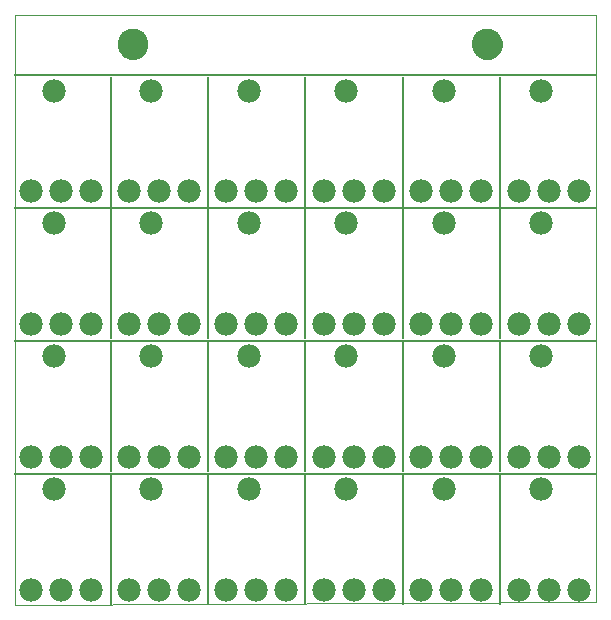
<source format=gbs>
G75*
G70*
%OFA0B0*%
%FSLAX24Y24*%
%IPPOS*%
%LPD*%
%AMOC8*
5,1,8,0,0,1.08239X$1,22.5*
%
%ADD10R,1.9390X0.0098*%
%ADD11R,0.0098X0.4331*%
%ADD12C,0.0000*%
%ADD13C,0.1024*%
%ADD14C,0.0780*%
D10*
X009836Y004521D03*
X009836Y008950D03*
X009836Y013379D03*
X009836Y017808D03*
D11*
X009836Y015594D03*
X006588Y015594D03*
X003340Y015594D03*
X003340Y011165D03*
X006588Y011165D03*
X009836Y011165D03*
X013084Y011165D03*
X016332Y011165D03*
X016332Y015594D03*
X013084Y015594D03*
X013084Y006736D03*
X009836Y006736D03*
X006588Y006736D03*
X003340Y006736D03*
X003340Y002306D03*
X006588Y002306D03*
X009836Y002306D03*
X013084Y002306D03*
X016332Y002306D03*
X016332Y006736D03*
D12*
X000141Y000141D02*
X000141Y019826D01*
X019531Y019826D01*
X019531Y000240D01*
X000141Y000141D01*
X003586Y018842D02*
X003588Y018886D01*
X003594Y018930D01*
X003604Y018973D01*
X003617Y019015D01*
X003635Y019055D01*
X003656Y019094D01*
X003680Y019131D01*
X003707Y019166D01*
X003738Y019198D01*
X003771Y019227D01*
X003807Y019253D01*
X003845Y019275D01*
X003885Y019294D01*
X003926Y019310D01*
X003969Y019322D01*
X004012Y019330D01*
X004056Y019334D01*
X004100Y019334D01*
X004144Y019330D01*
X004187Y019322D01*
X004230Y019310D01*
X004271Y019294D01*
X004311Y019275D01*
X004349Y019253D01*
X004385Y019227D01*
X004418Y019198D01*
X004449Y019166D01*
X004476Y019131D01*
X004500Y019094D01*
X004521Y019055D01*
X004539Y019015D01*
X004552Y018973D01*
X004562Y018930D01*
X004568Y018886D01*
X004570Y018842D01*
X004568Y018798D01*
X004562Y018754D01*
X004552Y018711D01*
X004539Y018669D01*
X004521Y018629D01*
X004500Y018590D01*
X004476Y018553D01*
X004449Y018518D01*
X004418Y018486D01*
X004385Y018457D01*
X004349Y018431D01*
X004311Y018409D01*
X004271Y018390D01*
X004230Y018374D01*
X004187Y018362D01*
X004144Y018354D01*
X004100Y018350D01*
X004056Y018350D01*
X004012Y018354D01*
X003969Y018362D01*
X003926Y018374D01*
X003885Y018390D01*
X003845Y018409D01*
X003807Y018431D01*
X003771Y018457D01*
X003738Y018486D01*
X003707Y018518D01*
X003680Y018553D01*
X003656Y018590D01*
X003635Y018629D01*
X003617Y018669D01*
X003604Y018711D01*
X003594Y018754D01*
X003588Y018798D01*
X003586Y018842D01*
X015397Y018842D02*
X015399Y018886D01*
X015405Y018930D01*
X015415Y018973D01*
X015428Y019015D01*
X015446Y019055D01*
X015467Y019094D01*
X015491Y019131D01*
X015518Y019166D01*
X015549Y019198D01*
X015582Y019227D01*
X015618Y019253D01*
X015656Y019275D01*
X015696Y019294D01*
X015737Y019310D01*
X015780Y019322D01*
X015823Y019330D01*
X015867Y019334D01*
X015911Y019334D01*
X015955Y019330D01*
X015998Y019322D01*
X016041Y019310D01*
X016082Y019294D01*
X016122Y019275D01*
X016160Y019253D01*
X016196Y019227D01*
X016229Y019198D01*
X016260Y019166D01*
X016287Y019131D01*
X016311Y019094D01*
X016332Y019055D01*
X016350Y019015D01*
X016363Y018973D01*
X016373Y018930D01*
X016379Y018886D01*
X016381Y018842D01*
X016379Y018798D01*
X016373Y018754D01*
X016363Y018711D01*
X016350Y018669D01*
X016332Y018629D01*
X016311Y018590D01*
X016287Y018553D01*
X016260Y018518D01*
X016229Y018486D01*
X016196Y018457D01*
X016160Y018431D01*
X016122Y018409D01*
X016082Y018390D01*
X016041Y018374D01*
X015998Y018362D01*
X015955Y018354D01*
X015911Y018350D01*
X015867Y018350D01*
X015823Y018354D01*
X015780Y018362D01*
X015737Y018374D01*
X015696Y018390D01*
X015656Y018409D01*
X015618Y018431D01*
X015582Y018457D01*
X015549Y018486D01*
X015518Y018518D01*
X015491Y018553D01*
X015467Y018590D01*
X015446Y018629D01*
X015428Y018669D01*
X015415Y018711D01*
X015405Y018754D01*
X015399Y018798D01*
X015397Y018842D01*
D13*
X015889Y018842D03*
X004078Y018842D03*
D14*
X004699Y017294D03*
X001451Y017294D03*
X001702Y013936D03*
X000702Y013936D03*
X001451Y012865D03*
X002702Y013936D03*
X003950Y013936D03*
X004950Y013936D03*
X005950Y013936D03*
X007198Y013936D03*
X008198Y013936D03*
X009198Y013936D03*
X007947Y012865D03*
X010446Y013936D03*
X011446Y013936D03*
X012446Y013936D03*
X013694Y013936D03*
X014694Y013936D03*
X015694Y013936D03*
X014443Y012865D03*
X016942Y013936D03*
X017942Y013936D03*
X018942Y013936D03*
X017691Y012865D03*
X017942Y009507D03*
X016942Y009507D03*
X017691Y008435D03*
X018942Y009507D03*
X015694Y009507D03*
X014694Y009507D03*
X013694Y009507D03*
X014443Y008435D03*
X012446Y009507D03*
X011446Y009507D03*
X010446Y009507D03*
X011195Y008435D03*
X009198Y009507D03*
X008198Y009507D03*
X007198Y009507D03*
X007947Y008435D03*
X005950Y009507D03*
X004950Y009507D03*
X003950Y009507D03*
X004699Y008435D03*
X002702Y009507D03*
X001702Y009507D03*
X000702Y009507D03*
X001451Y008435D03*
X001702Y005078D03*
X000702Y005078D03*
X001451Y004006D03*
X002702Y005078D03*
X003950Y005078D03*
X004950Y005078D03*
X005950Y005078D03*
X007198Y005078D03*
X008198Y005078D03*
X009198Y005078D03*
X007947Y004006D03*
X010446Y005078D03*
X011446Y005078D03*
X012446Y005078D03*
X013694Y005078D03*
X014694Y005078D03*
X015694Y005078D03*
X014443Y004006D03*
X016942Y005078D03*
X017942Y005078D03*
X018942Y005078D03*
X017691Y004006D03*
X017942Y000649D03*
X016942Y000649D03*
X015694Y000649D03*
X014694Y000649D03*
X013694Y000649D03*
X012446Y000649D03*
X011446Y000649D03*
X010446Y000649D03*
X009198Y000649D03*
X008198Y000649D03*
X007198Y000649D03*
X005950Y000649D03*
X004950Y000649D03*
X003950Y000649D03*
X002702Y000649D03*
X001702Y000649D03*
X000702Y000649D03*
X004699Y004006D03*
X011195Y004006D03*
X018942Y000649D03*
X011195Y012865D03*
X011195Y017294D03*
X007947Y017294D03*
X004699Y012865D03*
X014443Y017294D03*
X017691Y017294D03*
M02*

</source>
